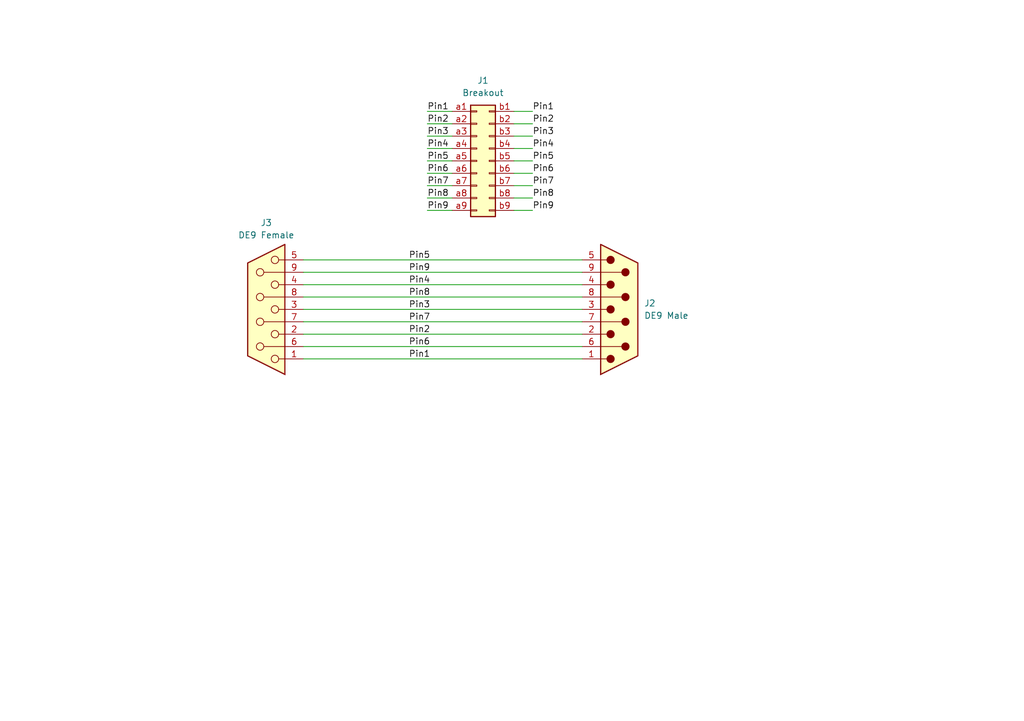
<source format=kicad_sch>
(kicad_sch (version 20250114) (generator "eeschema") (generator_version "9.0")
  (paper "A5")
  (title_block (title "DE9 Breakout Board") (date "26/JAN/2026") (rev "B") (company "Brett Hallen") (comment 1 "www.youtube.com/@Brfff"))
  (lib_symbols
    (symbol "Connector:DE9_Pins" (pin_names (offset 1.016) (hide yes))
      (property "Reference" "J" (at 0 13.97 0))
      (property "Value" "DE9_Pins" (at 0 -14.605 0))
      (symbol "DE9_Pins_0_1"
        (polyline (pts (xy -3.81 10.16) (xy -2.54 10.16)))
        (polyline (pts (xy -3.81 7.62) (xy 0.508 7.62)))
        (polyline (pts (xy -3.81 5.08) (xy -2.54 5.08)))
        (polyline (pts (xy -3.81 2.54) (xy 0.508 2.54)))
        (polyline (pts (xy -3.81 0) (xy -2.54 0)))
        (polyline (pts (xy -3.81 -2.54) (xy 0.508 -2.54)))
        (polyline (pts (xy -3.81 -5.08) (xy -2.54 -5.08)))
        (polyline (pts (xy -3.81 -7.62) (xy 0.508 -7.62)))
        (polyline (pts (xy -3.81 -10.16) (xy -2.54 -10.16)))
        (polyline (pts (xy -3.81 -13.335) (xy -3.81 13.335) (xy 3.81 9.525) (xy 3.81 -9.525) (xy -3.81 -13.335)) (stroke (width 0.254)) (fill (type background)))
        (circle (center -1.778 10.16) (radius 0.762) (fill (type outline)))
        (circle (center -1.778 5.08) (radius 0.762) (fill (type outline)))
        (circle (center -1.778 0) (radius 0.762) (fill (type outline)))
        (circle (center -1.778 -5.08) (radius 0.762) (fill (type outline)))
        (circle (center -1.778 -10.16) (radius 0.762) (fill (type outline)))
        (circle (center 1.27 7.62) (radius 0.762) (fill (type outline)))
        (circle (center 1.27 2.54) (radius 0.762) (fill (type outline)))
        (circle (center 1.27 -2.54) (radius 0.762) (fill (type outline)))
        (circle (center 1.27 -7.62) (radius 0.762) (fill (type outline)))
      )
      (symbol "DE9_Pins_1_1"
        (pin passive line (at -7.62 10.16 0) (length 3.81) (name "5") (number "5"))
        (pin passive line (at -7.62 7.62 0) (length 3.81) (name "9") (number "9"))
        (pin passive line (at -7.62 5.08 0) (length 3.81) (name "4") (number "4"))
        (pin passive line (at -7.62 2.54 0) (length 3.81) (name "8") (number "8"))
        (pin passive line (at -7.62 0 0) (length 3.81) (name "3") (number "3"))
        (pin passive line (at -7.62 -2.54 0) (length 3.81) (name "7") (number "7"))
        (pin passive line (at -7.62 -5.08 0) (length 3.81) (name "2") (number "2"))
        (pin passive line (at -7.62 -7.62 0) (length 3.81) (name "6") (number "6"))
        (pin passive line (at -7.62 -10.16 0) (length 3.81) (name "1") (number "1"))
      )
    )
    (symbol "Connector:DE9_Socket" (pin_names (offset 1.016) (hide yes))
      (property "Reference" "J" (at 0 13.97 0))
      (property "Value" "DE9_Socket" (at 0 -14.605 0))
      (symbol "DE9_Socket_0_1"
        (polyline (pts (xy -3.81 13.335) (xy -3.81 -13.335) (xy 3.81 -9.525) (xy 3.81 9.525) (xy -3.81 13.335)) (stroke (width 0.254)) (fill (type background)))
        (polyline (pts (xy -3.81 10.16) (xy -2.54 10.16)))
        (polyline (pts (xy -3.81 7.62) (xy 0.508 7.62)))
        (polyline (pts (xy -3.81 5.08) (xy -2.54 5.08)))
        (polyline (pts (xy -3.81 2.54) (xy 0.508 2.54)))
        (polyline (pts (xy -3.81 0) (xy -2.54 0)))
        (polyline (pts (xy -3.81 -2.54) (xy 0.508 -2.54)))
        (polyline (pts (xy -3.81 -5.08) (xy -2.54 -5.08)))
        (polyline (pts (xy -3.81 -7.62) (xy 0.508 -7.62)))
        (polyline (pts (xy -3.81 -10.16) (xy -2.54 -10.16)))
        (circle (center -1.778 10.16) (radius 0.762))
        (circle (center -1.778 5.08) (radius 0.762))
        (circle (center -1.778 0) (radius 0.762))
        (circle (center -1.778 -5.08) (radius 0.762))
        (circle (center -1.778 -10.16) (radius 0.762))
        (circle (center 1.27 7.62) (radius 0.762))
        (circle (center 1.27 2.54) (radius 0.762))
        (circle (center 1.27 -2.54) (radius 0.762))
        (circle (center 1.27 -7.62) (radius 0.762))
      )
      (symbol "DE9_Socket_1_1"
        (pin passive line (at -7.62 10.16 0) (length 3.81) (name "1") (number "1"))
        (pin passive line (at -7.62 7.62 0) (length 3.81) (name "6") (number "6"))
        (pin passive line (at -7.62 5.08 0) (length 3.81) (name "2") (number "2"))
        (pin passive line (at -7.62 2.54 0) (length 3.81) (name "7") (number "7"))
        (pin passive line (at -7.62 0 0) (length 3.81) (name "3") (number "3"))
        (pin passive line (at -7.62 -2.54 0) (length 3.81) (name "8") (number "8"))
        (pin passive line (at -7.62 -5.08 0) (length 3.81) (name "4") (number "4"))
        (pin passive line (at -7.62 -7.62 0) (length 3.81) (name "9") (number "9"))
        (pin passive line (at -7.62 -10.16 0) (length 3.81) (name "5") (number "5"))
      )
    )
    (symbol "Connector_Generic:Conn_02x09_Row_Letter_First" (pin_names (offset 1.016) (hide yes))
      (property "Reference" "J" (at 1.27 12.7 0))
      (property "Value" "Conn_02x09_Row_Letter_First" (at 1.27 -12.7 0))
      (symbol "Conn_02x09_Row_Letter_First_1_1"
        (rectangle (start -1.27 11.43) (end 3.81 -11.43) (stroke (width 0.254)) (fill (type background)))
        (rectangle (start -1.27 10.287) (end 0 10.033) (stroke (width 0.1524)))
        (rectangle (start -1.27 7.747) (end 0 7.493) (stroke (width 0.1524)))
        (rectangle (start -1.27 5.207) (end 0 4.953) (stroke (width 0.1524)))
        (rectangle (start -1.27 2.667) (end 0 2.413) (stroke (width 0.1524)))
        (rectangle (start -1.27 0.127) (end 0 -0.127) (stroke (width 0.1524)))
        (rectangle (start -1.27 -2.413) (end 0 -2.667) (stroke (width 0.1524)))
        (rectangle (start -1.27 -4.953) (end 0 -5.207) (stroke (width 0.1524)))
        (rectangle (start -1.27 -7.493) (end 0 -7.747) (stroke (width 0.1524)))
        (rectangle (start -1.27 -10.033) (end 0 -10.287) (stroke (width 0.1524)))
        (rectangle (start 3.81 10.287) (end 2.54 10.033) (stroke (width 0.1524)))
        (rectangle (start 3.81 7.747) (end 2.54 7.493) (stroke (width 0.1524)))
        (rectangle (start 3.81 5.207) (end 2.54 4.953) (stroke (width 0.1524)))
        (rectangle (start 3.81 2.667) (end 2.54 2.413) (stroke (width 0.1524)))
        (rectangle (start 3.81 0.127) (end 2.54 -0.127) (stroke (width 0.1524)))
        (rectangle (start 3.81 -2.413) (end 2.54 -2.667) (stroke (width 0.1524)))
        (rectangle (start 3.81 -4.953) (end 2.54 -5.207) (stroke (width 0.1524)))
        (rectangle (start 3.81 -7.493) (end 2.54 -7.747) (stroke (width 0.1524)))
        (rectangle (start 3.81 -10.033) (end 2.54 -10.287) (stroke (width 0.1524)))
        (pin passive line (at -5.08 10.16 0) (length 3.81) (name "Pin_a1") (number "a1"))
        (pin passive line (at -5.08 7.62 0) (length 3.81) (name "Pin_a2") (number "a2"))
        (pin passive line (at -5.08 5.08 0) (length 3.81) (name "Pin_a3") (number "a3"))
        (pin passive line (at -5.08 2.54 0) (length 3.81) (name "Pin_a4") (number "a4"))
        (pin passive line (at -5.08 0 0) (length 3.81) (name "Pin_a5") (number "a5"))
        (pin passive line (at -5.08 -2.54 0) (length 3.81) (name "Pin_a6") (number "a6"))
        (pin passive line (at -5.08 -5.08 0) (length 3.81) (name "Pin_a7") (number "a7"))
        (pin passive line (at -5.08 -7.62 0) (length 3.81) (name "Pin_a8") (number "a8"))
        (pin passive line (at -5.08 -10.16 0) (length 3.81) (name "Pin_a9") (number "a9"))
        (pin passive line (at 7.62 10.16 180) (length 3.81) (name "Pin_b1") (number "b1"))
        (pin passive line (at 7.62 7.62 180) (length 3.81) (name "Pin_b2") (number "b2"))
        (pin passive line (at 7.62 5.08 180) (length 3.81) (name "Pin_b3") (number "b3"))
        (pin passive line (at 7.62 2.54 180) (length 3.81) (name "Pin_b4") (number "b4"))
        (pin passive line (at 7.62 0 180) (length 3.81) (name "Pin_b5") (number "b5"))
        (pin passive line (at 7.62 -2.54 180) (length 3.81) (name "Pin_b6") (number "b6"))
        (pin passive line (at 7.62 -5.08 180) (length 3.81) (name "Pin_b7") (number "b7"))
        (pin passive line (at 7.62 -7.62 180) (length 3.81) (name "Pin_b8") (number "b8"))
        (pin passive line (at 7.62 -10.16 180) (length 3.81) (name "Pin_b9") (number "b9"))
      )
    )
  )
  (wire (pts (xy 109.22 40.64) (xy 105.41 40.64)))
  (wire (pts (xy 87.63 27.94) (xy 92.71 27.94)))
  (wire (pts (xy 109.22 30.48) (xy 105.41 30.48)))
  (wire (pts (xy 87.63 22.86) (xy 92.71 22.86)))
  (wire (pts (xy 109.22 43.18) (xy 105.41 43.18)))
  (wire (pts (xy 109.22 38.1) (xy 105.41 38.1)))
  (wire (pts (xy 87.63 38.1) (xy 92.71 38.1)))
  (wire (pts (xy 62.23 68.58) (xy 119.38 68.58)))
  (wire (pts (xy 109.22 22.86) (xy 105.41 22.86)))
  (wire (pts (xy 62.23 73.66) (xy 119.38 73.66)))
  (wire (pts (xy 62.23 71.12) (xy 119.38 71.12)))
  (wire (pts (xy 62.23 53.34) (xy 119.38 53.34)))
  (wire (pts (xy 87.63 43.18) (xy 92.71 43.18)))
  (wire (pts (xy 87.63 25.4) (xy 92.71 25.4)))
  (wire (pts (xy 109.22 27.94) (xy 105.41 27.94)))
  (wire (pts (xy 62.23 63.5) (xy 119.38 63.5)))
  (wire (pts (xy 109.22 25.4) (xy 105.41 25.4)))
  (wire (pts (xy 87.63 35.56) (xy 92.71 35.56)))
  (wire (pts (xy 87.63 40.64) (xy 92.71 40.64)))
  (wire (pts (xy 109.22 35.56) (xy 105.41 35.56)))
  (wire (pts (xy 62.23 58.42) (xy 119.38 58.42)))
  (wire (pts (xy 62.23 60.96) (xy 119.38 60.96)))
  (wire (pts (xy 109.22 33.02) (xy 105.41 33.02)))
  (wire (pts (xy 62.23 66.04) (xy 119.38 66.04)))
  (wire (pts (xy 87.63 33.02) (xy 92.71 33.02)))
  (wire (pts (xy 62.23 55.88) (xy 119.38 55.88)))
  (wire (pts (xy 87.63 30.48) (xy 92.71 30.48)))
  (label "Pin4" (at 87.63 30.48 0))
  (label "Pin8" (at 83.82 60.96 0))
  (label "Pin6" (at 109.22 35.56 0))
  (label "Pin8" (at 109.22 40.64 0))
  (label "Pin7" (at 109.22 38.1 0))
  (label "Pin9" (at 109.22 43.18 0))
  (label "Pin1" (at 109.22 22.86 0))
  (label "Pin4" (at 109.22 30.48 0))
  (label "Pin5" (at 109.22 33.02 0))
  (label "Pin2" (at 109.22 25.4 0))
  (label "Pin3" (at 109.22 27.94 0))
  (label "Pin3" (at 87.63 27.94 0))
  (label "Pin4" (at 83.82 58.42 0))
  (label "Pin2" (at 87.63 25.4 0))
  (label "Pin7" (at 83.82 66.04 0))
  (label "Pin6" (at 83.82 71.12 0))
  (label "Pin8" (at 87.63 40.64 0))
  (label "Pin3" (at 83.82 63.5 0))
  (label "Pin5" (at 87.63 33.02 0))
  (label "Pin7" (at 87.63 38.1 0))
  (label "Pin6" (at 87.63 35.56 0))
  (label "Pin1" (at 87.63 22.86 0))
  (label "Pin9" (at 83.82 55.88 0))
  (label "Pin5" (at 83.82 53.34 0))
  (label "Pin1" (at 83.82 73.66 0))
  (label "Pin2" (at 83.82 68.58 0))
  (label "Pin9" (at 87.63 43.18 0))
  (symbol (lib_id "Connector:DE9_Socket") (at 54.61 63.5 180) (unit 1)
    (property "Reference" "J3" (at 54.61 45.72 0))
    (property "Value" "DE9 Female" (at 54.61 48.26 0))
    (property "Footprint" "Connector_Dsub:DSUB-9_Socket_EdgeMount_P2.77mm" (effects (hide yes)))
    (property "Description" "9-pin D-SUB connector, socket (female)" (effects (hide yes)))
  )
  (symbol (lib_id "Connector_Generic:Conn_02x09_Row_Letter_First") (at 97.79 33.02 0) (unit 1)
    (property "Reference" "J1" (at 99.06 16.51 0))
    (property "Value" "Breakout" (at 99.06 19.05 0))
    (property "Footprint" "Connector_PinHeader_2.54mm:PinHeader_2x09_P2.54mm_Vertical" (effects (hide yes)))
    (property "Description" "Generic connector, double row, 02x09, row letter first pin numbering scheme (pin number consists of a letter for the row and a number for the pin index in this row. a1, ..., aN; b1, ..., bN), script generated (kicad-library-utils/schlib/autogen/connector/)" (effects (hide yes)))
  )
  (symbol (lib_id "Connector:DE9_Pins") (at 127 63.5 0) (unit 1)
    (property "Reference" "J2" (at 132.08 62.2299 0) (effects (justify left)))
    (property "Value" "DE9 Male" (at 132.08 64.7699 0) (effects (justify left)))
    (property "Footprint" "Connector_Dsub:DSUB-9_Pins_EdgeMount_P2.77mm" (effects (hide yes)))
    (property "Description" "9-pin D-SUB connector, pins (male)" (effects (hide yes)))
  )
)
</source>
